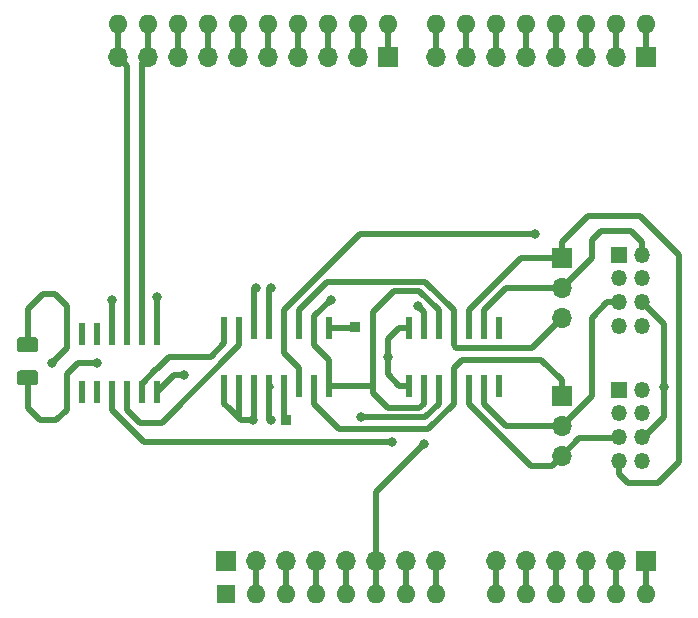
<source format=gbr>
G04 #@! TF.GenerationSoftware,KiCad,Pcbnew,(5.1.5)-3*
G04 #@! TF.CreationDate,2021-04-03T19:56:23-04:00*
G04 #@! TF.ProjectId,JoystickCtrlV2,4a6f7973-7469-4636-9b43-74726c56322e,rev?*
G04 #@! TF.SameCoordinates,Original*
G04 #@! TF.FileFunction,Copper,L1,Top*
G04 #@! TF.FilePolarity,Positive*
%FSLAX46Y46*%
G04 Gerber Fmt 4.6, Leading zero omitted, Abs format (unit mm)*
G04 Created by KiCad (PCBNEW (5.1.5)-3) date 2021-04-03 19:56:23*
%MOMM*%
%LPD*%
G04 APERTURE LIST*
%ADD10O,1.350000X1.350000*%
%ADD11R,1.350000X1.350000*%
%ADD12O,1.700000X1.700000*%
%ADD13R,1.700000X1.700000*%
%ADD14R,0.850000X0.850000*%
%ADD15C,0.100000*%
%ADD16O,1.600000X1.600000*%
%ADD17R,1.600000X1.600000*%
%ADD18R,0.533400X1.981200*%
%ADD19R,0.560800X1.981200*%
%ADD20R,0.558800X1.981200*%
%ADD21C,0.800000*%
%ADD22C,0.500000*%
G04 APERTURE END LIST*
D10*
X153384000Y-105314000D03*
X151384000Y-105314000D03*
X153384000Y-103314000D03*
X151384000Y-103314000D03*
X153384000Y-101314000D03*
X151384000Y-101314000D03*
X153384000Y-99314000D03*
D11*
X151384000Y-99314000D03*
D10*
X153384000Y-116744000D03*
X151384000Y-116744000D03*
X153384000Y-114744000D03*
X151384000Y-114744000D03*
X153384000Y-112744000D03*
X151384000Y-112744000D03*
X153384000Y-110744000D03*
D11*
X151384000Y-110744000D03*
D12*
X146558000Y-104648000D03*
X146558000Y-102108000D03*
D13*
X146558000Y-99568000D03*
D12*
X146558000Y-116332000D03*
X146558000Y-113792000D03*
D13*
X146558000Y-111252000D03*
D14*
X129032000Y-105410000D03*
X123190000Y-113284000D03*
G04 #@! TA.AperFunction,SMDPad,CuDef*
D15*
G36*
X101995504Y-106304204D02*
G01*
X102019773Y-106307804D01*
X102043571Y-106313765D01*
X102066671Y-106322030D01*
X102088849Y-106332520D01*
X102109893Y-106345133D01*
X102129598Y-106359747D01*
X102147777Y-106376223D01*
X102164253Y-106394402D01*
X102178867Y-106414107D01*
X102191480Y-106435151D01*
X102201970Y-106457329D01*
X102210235Y-106480429D01*
X102216196Y-106504227D01*
X102219796Y-106528496D01*
X102221000Y-106553000D01*
X102221000Y-107303000D01*
X102219796Y-107327504D01*
X102216196Y-107351773D01*
X102210235Y-107375571D01*
X102201970Y-107398671D01*
X102191480Y-107420849D01*
X102178867Y-107441893D01*
X102164253Y-107461598D01*
X102147777Y-107479777D01*
X102129598Y-107496253D01*
X102109893Y-107510867D01*
X102088849Y-107523480D01*
X102066671Y-107533970D01*
X102043571Y-107542235D01*
X102019773Y-107548196D01*
X101995504Y-107551796D01*
X101971000Y-107553000D01*
X100721000Y-107553000D01*
X100696496Y-107551796D01*
X100672227Y-107548196D01*
X100648429Y-107542235D01*
X100625329Y-107533970D01*
X100603151Y-107523480D01*
X100582107Y-107510867D01*
X100562402Y-107496253D01*
X100544223Y-107479777D01*
X100527747Y-107461598D01*
X100513133Y-107441893D01*
X100500520Y-107420849D01*
X100490030Y-107398671D01*
X100481765Y-107375571D01*
X100475804Y-107351773D01*
X100472204Y-107327504D01*
X100471000Y-107303000D01*
X100471000Y-106553000D01*
X100472204Y-106528496D01*
X100475804Y-106504227D01*
X100481765Y-106480429D01*
X100490030Y-106457329D01*
X100500520Y-106435151D01*
X100513133Y-106414107D01*
X100527747Y-106394402D01*
X100544223Y-106376223D01*
X100562402Y-106359747D01*
X100582107Y-106345133D01*
X100603151Y-106332520D01*
X100625329Y-106322030D01*
X100648429Y-106313765D01*
X100672227Y-106307804D01*
X100696496Y-106304204D01*
X100721000Y-106303000D01*
X101971000Y-106303000D01*
X101995504Y-106304204D01*
G37*
G04 #@! TD.AperFunction*
G04 #@! TA.AperFunction,SMDPad,CuDef*
G36*
X101995504Y-109104204D02*
G01*
X102019773Y-109107804D01*
X102043571Y-109113765D01*
X102066671Y-109122030D01*
X102088849Y-109132520D01*
X102109893Y-109145133D01*
X102129598Y-109159747D01*
X102147777Y-109176223D01*
X102164253Y-109194402D01*
X102178867Y-109214107D01*
X102191480Y-109235151D01*
X102201970Y-109257329D01*
X102210235Y-109280429D01*
X102216196Y-109304227D01*
X102219796Y-109328496D01*
X102221000Y-109353000D01*
X102221000Y-110103000D01*
X102219796Y-110127504D01*
X102216196Y-110151773D01*
X102210235Y-110175571D01*
X102201970Y-110198671D01*
X102191480Y-110220849D01*
X102178867Y-110241893D01*
X102164253Y-110261598D01*
X102147777Y-110279777D01*
X102129598Y-110296253D01*
X102109893Y-110310867D01*
X102088849Y-110323480D01*
X102066671Y-110333970D01*
X102043571Y-110342235D01*
X102019773Y-110348196D01*
X101995504Y-110351796D01*
X101971000Y-110353000D01*
X100721000Y-110353000D01*
X100696496Y-110351796D01*
X100672227Y-110348196D01*
X100648429Y-110342235D01*
X100625329Y-110333970D01*
X100603151Y-110323480D01*
X100582107Y-110310867D01*
X100562402Y-110296253D01*
X100544223Y-110279777D01*
X100527747Y-110261598D01*
X100513133Y-110241893D01*
X100500520Y-110220849D01*
X100490030Y-110198671D01*
X100481765Y-110175571D01*
X100475804Y-110151773D01*
X100472204Y-110127504D01*
X100471000Y-110103000D01*
X100471000Y-109353000D01*
X100472204Y-109328496D01*
X100475804Y-109304227D01*
X100481765Y-109280429D01*
X100490030Y-109257329D01*
X100500520Y-109235151D01*
X100513133Y-109214107D01*
X100527747Y-109194402D01*
X100544223Y-109176223D01*
X100562402Y-109159747D01*
X100582107Y-109145133D01*
X100603151Y-109132520D01*
X100625329Y-109122030D01*
X100648429Y-109113765D01*
X100672227Y-109107804D01*
X100696496Y-109104204D01*
X100721000Y-109103000D01*
X101971000Y-109103000D01*
X101995504Y-109104204D01*
G37*
G04 #@! TD.AperFunction*
D16*
X151130000Y-79756000D03*
X153670000Y-79756000D03*
X114050000Y-79756000D03*
X153670000Y-128016000D03*
X116590000Y-79756000D03*
X151130000Y-128016000D03*
X119130000Y-79756000D03*
X148590000Y-128016000D03*
X121670000Y-79756000D03*
X146050000Y-128016000D03*
X124210000Y-79756000D03*
X143510000Y-128016000D03*
X126750000Y-79756000D03*
X140970000Y-128016000D03*
X129290000Y-79756000D03*
X135890000Y-128016000D03*
X131830000Y-79756000D03*
X133350000Y-128016000D03*
X135890000Y-79756000D03*
X130810000Y-128016000D03*
X138430000Y-79756000D03*
X128270000Y-128016000D03*
X140970000Y-79756000D03*
X125730000Y-128016000D03*
X143510000Y-79756000D03*
X123190000Y-128016000D03*
X146050000Y-79756000D03*
X120650000Y-128016000D03*
X148590000Y-79756000D03*
D17*
X118110000Y-128016000D03*
D16*
X111510000Y-79756000D03*
X108970000Y-79756000D03*
D12*
X140970000Y-125222000D03*
X143510000Y-125222000D03*
X146050000Y-125222000D03*
X148590000Y-125222000D03*
X151130000Y-125222000D03*
D13*
X153670000Y-125222000D03*
D12*
X135890000Y-125222000D03*
X133350000Y-125222000D03*
X130810000Y-125222000D03*
X128270000Y-125222000D03*
X125730000Y-125222000D03*
X123190000Y-125222000D03*
X120650000Y-125222000D03*
D13*
X118110000Y-125222000D03*
D12*
X108966000Y-82550000D03*
X111506000Y-82550000D03*
X114046000Y-82550000D03*
X116586000Y-82550000D03*
X119126000Y-82550000D03*
X121666000Y-82550000D03*
X124206000Y-82550000D03*
X126746000Y-82550000D03*
X129286000Y-82550000D03*
D13*
X131826000Y-82550000D03*
D12*
X135890000Y-82550000D03*
X138430000Y-82550000D03*
X140970000Y-82550000D03*
X143510000Y-82550000D03*
X146050000Y-82550000D03*
X148590000Y-82550000D03*
X151130000Y-82550000D03*
D13*
X153670000Y-82550000D03*
D18*
X133604000Y-105486200D03*
X134874000Y-105486200D03*
X136144000Y-105486200D03*
X137414000Y-105486200D03*
X138684000Y-105486200D03*
X139954000Y-105486200D03*
X141224000Y-105486200D03*
X141224000Y-110413800D03*
X139954000Y-110413800D03*
X138684000Y-110413800D03*
X137414000Y-110413800D03*
X136144000Y-110413800D03*
X134874000Y-110413800D03*
X133604000Y-110413800D03*
D19*
X126873000Y-110414999D03*
X125603000Y-110414999D03*
X124333000Y-110414999D03*
X123063000Y-110414999D03*
X121793000Y-110414999D03*
X120523000Y-110414999D03*
X119253000Y-110414999D03*
X117983000Y-110414999D03*
X117983000Y-105485001D03*
X119253000Y-105485001D03*
X120523000Y-105485001D03*
X121793000Y-105485001D03*
X123063000Y-105485001D03*
X124333000Y-105485001D03*
X125603000Y-105485001D03*
X126873000Y-105485001D03*
D20*
X112268000Y-110921800D03*
X110998000Y-110921800D03*
X109728000Y-110921800D03*
X108458000Y-110921800D03*
X107188000Y-110921800D03*
X105918000Y-110921800D03*
X104648000Y-110921800D03*
X104648000Y-105994200D03*
X105918000Y-105994200D03*
X107188000Y-105994200D03*
X108458000Y-105994200D03*
X109728000Y-105994200D03*
X110998000Y-105994200D03*
X112268000Y-105994200D03*
D21*
X131826000Y-107950000D03*
X132225999Y-115170001D03*
X155194000Y-110490000D03*
X134366000Y-103632000D03*
X134874000Y-115316000D03*
X120396000Y-113284000D03*
X103378000Y-108458000D03*
X112268000Y-102870000D03*
X129540000Y-113030000D03*
X121920000Y-113284000D03*
X144272000Y-97536000D03*
X121920000Y-102108000D03*
X120650000Y-102108000D03*
X127000000Y-103124000D03*
X114554000Y-109474000D03*
X107188000Y-108458000D03*
X108458000Y-103124000D03*
D22*
X151130000Y-79756000D02*
X151130000Y-82550000D01*
X153670000Y-79756000D02*
X153670000Y-82550000D01*
X114050000Y-82546000D02*
X114046000Y-82550000D01*
X114050000Y-79756000D02*
X114050000Y-82546000D01*
X153670000Y-125222000D02*
X153670000Y-128016000D01*
X151130000Y-125222000D02*
X151130000Y-128016000D01*
X119130000Y-82546000D02*
X119126000Y-82550000D01*
X119130000Y-79756000D02*
X119130000Y-82546000D01*
X148590000Y-125222000D02*
X148590000Y-128016000D01*
X146050000Y-125222000D02*
X146050000Y-128016000D01*
X143510000Y-125222000D02*
X143510000Y-128016000D01*
X126750000Y-82546000D02*
X126746000Y-82550000D01*
X126750000Y-79756000D02*
X126750000Y-82546000D01*
X140970000Y-125222000D02*
X140970000Y-128016000D01*
X129290000Y-82546000D02*
X129286000Y-82550000D01*
X129290000Y-79756000D02*
X129290000Y-82546000D01*
X135890000Y-125222000D02*
X135890000Y-128016000D01*
X131830000Y-82546000D02*
X131826000Y-82550000D01*
X131830000Y-79756000D02*
X131830000Y-82546000D01*
X135890000Y-79756000D02*
X135890000Y-82550000D01*
X138430000Y-79756000D02*
X138430000Y-82550000D01*
X140970000Y-79756000D02*
X140970000Y-82550000D01*
X125730000Y-125222000D02*
X125730000Y-128016000D01*
X143510000Y-79756000D02*
X143510000Y-82550000D01*
X123190000Y-125222000D02*
X123190000Y-128016000D01*
X146050000Y-79756000D02*
X146050000Y-82550000D01*
X120650000Y-125222000D02*
X120650000Y-128016000D01*
X148590000Y-79756000D02*
X148590000Y-82550000D01*
X132837300Y-110413800D02*
X131826000Y-109402500D01*
X133604000Y-110413800D02*
X132837300Y-110413800D01*
X132765800Y-105486200D02*
X133604000Y-105486200D01*
X131826000Y-106426000D02*
X132765800Y-105486200D01*
X131826000Y-107696000D02*
X131826000Y-107950000D01*
X131826000Y-107696000D02*
X131826000Y-106426000D01*
X131826000Y-109402500D02*
X131826000Y-107696000D01*
X108458000Y-112412400D02*
X108458000Y-110921800D01*
X111215601Y-115170001D02*
X108458000Y-112412400D01*
X132225999Y-115170001D02*
X111215601Y-115170001D01*
X116590000Y-82546000D02*
X116586000Y-82550000D01*
X116590000Y-79756000D02*
X116590000Y-82546000D01*
X133350000Y-125222000D02*
X133350000Y-128016000D01*
X104648000Y-103632000D02*
X104648000Y-105994200D01*
X103632000Y-102616000D02*
X104648000Y-103632000D01*
X102616000Y-102616000D02*
X103632000Y-102616000D01*
X101346000Y-106928000D02*
X101346000Y-103886000D01*
X101346000Y-103886000D02*
X102616000Y-102616000D01*
X130810000Y-125222000D02*
X130810000Y-128016000D01*
X154058999Y-103988999D02*
X154058999Y-104020999D01*
X153384000Y-103314000D02*
X154058999Y-103988999D01*
X154058999Y-104020999D02*
X155194000Y-105156000D01*
X155194000Y-113062000D02*
X153416000Y-114840000D01*
X155194000Y-110490000D02*
X155194000Y-113062000D01*
X155194000Y-105156000D02*
X155194000Y-110490000D01*
X134874000Y-105486200D02*
X134874000Y-104140000D01*
X134874000Y-104140000D02*
X134366000Y-103632000D01*
X130810000Y-119380000D02*
X130810000Y-125222000D01*
X134874000Y-115316000D02*
X130810000Y-119380000D01*
X120523000Y-110414999D02*
X120523000Y-113157000D01*
X120523000Y-113157000D02*
X120396000Y-113284000D01*
X119253000Y-110414999D02*
X119253000Y-113157000D01*
X119380000Y-113284000D02*
X120396000Y-113284000D01*
X119253000Y-113157000D02*
X119380000Y-113284000D01*
X117983000Y-111905599D02*
X118364000Y-112286599D01*
X117983000Y-110414999D02*
X117983000Y-111905599D01*
X118382599Y-112286599D02*
X119253000Y-113157000D01*
X118364000Y-112286599D02*
X118382599Y-112286599D01*
X104648000Y-105994200D02*
X104648000Y-107188000D01*
X104648000Y-107188000D02*
X103378000Y-108458000D01*
X128270000Y-125222000D02*
X128270000Y-128016000D01*
X112268000Y-102870000D02*
X112268000Y-105994200D01*
X110998000Y-83058000D02*
X111506000Y-82550000D01*
X110998000Y-105994200D02*
X110998000Y-83058000D01*
X111510000Y-82546000D02*
X111506000Y-82550000D01*
X111510000Y-79756000D02*
X111510000Y-82546000D01*
X109728000Y-83312000D02*
X108966000Y-82550000D01*
X109728000Y-105994200D02*
X109728000Y-83312000D01*
X108966000Y-79760000D02*
X108970000Y-79756000D01*
X108966000Y-82550000D02*
X108966000Y-79760000D01*
X146558000Y-102108000D02*
X149098000Y-99568000D01*
X149098000Y-99568000D02*
X149098000Y-98044000D01*
X149098000Y-98044000D02*
X149860000Y-97282000D01*
X149860000Y-97282000D02*
X152400000Y-97282000D01*
X153384000Y-98266000D02*
X153384000Y-99314000D01*
X152400000Y-97282000D02*
X153384000Y-98266000D01*
X139954000Y-103995600D02*
X139954000Y-105486200D01*
X141841600Y-102108000D02*
X139954000Y-103995600D01*
X146558000Y-102108000D02*
X141841600Y-102108000D01*
X150429406Y-103314000D02*
X149098000Y-104645406D01*
X151384000Y-103314000D02*
X150429406Y-103314000D01*
X149098000Y-111252000D02*
X146558000Y-113792000D01*
X149098000Y-104645406D02*
X149098000Y-111252000D01*
X139954000Y-111904400D02*
X139954000Y-110413800D01*
X141841600Y-113792000D02*
X139954000Y-111904400D01*
X146558000Y-113792000D02*
X141841600Y-113792000D01*
X123063000Y-107654399D02*
X123063000Y-106975601D01*
X123063000Y-106975601D02*
X123063000Y-105485001D01*
X124333000Y-108924399D02*
X123063000Y-107654399D01*
X124333000Y-110414999D02*
X124333000Y-108924399D01*
X135018400Y-113030000D02*
X129540000Y-113030000D01*
X136144000Y-110413800D02*
X136144000Y-111904400D01*
X136144000Y-111904400D02*
X135018400Y-113030000D01*
X121920000Y-110541999D02*
X121793000Y-110414999D01*
X121793000Y-113157000D02*
X121920000Y-113284000D01*
X121793000Y-110414999D02*
X121793000Y-113157000D01*
X123063000Y-103994401D02*
X123063000Y-105485001D01*
X129521401Y-97536000D02*
X123063000Y-103994401D01*
X144272000Y-97536000D02*
X129521401Y-97536000D01*
X126873000Y-108924399D02*
X126873000Y-110414999D01*
X126873000Y-108245601D02*
X126873000Y-108924399D01*
X125603000Y-106975601D02*
X126873000Y-108245601D01*
X125603000Y-105485001D02*
X125603000Y-106975601D01*
X134874000Y-110413800D02*
X134874000Y-111137700D01*
X133743700Y-112268000D02*
X133390898Y-112268000D01*
X131826000Y-112268000D02*
X133743700Y-112268000D01*
X130556000Y-110998000D02*
X131826000Y-112268000D01*
X134510400Y-102362000D02*
X132334000Y-102362000D01*
X136144000Y-105486200D02*
X136144000Y-103995600D01*
X136144000Y-103995600D02*
X134510400Y-102362000D01*
X132334000Y-102362000D02*
X130556000Y-104140000D01*
X134874000Y-111904400D02*
X134874000Y-110413800D01*
X134510400Y-112268000D02*
X134874000Y-111904400D01*
X133743700Y-112268000D02*
X134510400Y-112268000D01*
X130480999Y-110414999D02*
X126873000Y-110414999D01*
X130556000Y-110490000D02*
X130480999Y-110414999D01*
X130556000Y-110490000D02*
X130556000Y-110998000D01*
X130556000Y-104140000D02*
X130556000Y-110490000D01*
X121793000Y-105485001D02*
X121793000Y-102235000D01*
X121793000Y-102235000D02*
X121920000Y-102108000D01*
X120523000Y-105485001D02*
X120523000Y-102235000D01*
X120523000Y-102235000D02*
X120650000Y-102108000D01*
X125603000Y-105485001D02*
X125603000Y-104521000D01*
X125603000Y-104521000D02*
X127000000Y-103124000D01*
X113715800Y-109474000D02*
X112268000Y-110921800D01*
X114554000Y-109474000D02*
X113715800Y-109474000D01*
X146558000Y-98218000D02*
X146558000Y-99568000D01*
X151416000Y-116840000D02*
X151416000Y-117888000D01*
X154686000Y-118618000D02*
X156464000Y-116840000D01*
X151416000Y-117888000D02*
X152146000Y-118618000D01*
X152146000Y-118618000D02*
X154686000Y-118618000D01*
X156464000Y-99314000D02*
X153162000Y-96012000D01*
X148764000Y-96012000D02*
X146558000Y-98218000D01*
X153162000Y-96012000D02*
X148764000Y-96012000D01*
X138684000Y-103995600D02*
X138684000Y-105486200D01*
X143111600Y-99568000D02*
X138684000Y-103995600D01*
X146558000Y-99568000D02*
X143111600Y-99568000D01*
X156464000Y-116840000D02*
X156464000Y-99314000D01*
X148050000Y-114840000D02*
X151416000Y-114840000D01*
X146558000Y-116332000D02*
X148050000Y-114840000D01*
X138684000Y-111904400D02*
X138684000Y-110413800D01*
X146558000Y-116332000D02*
X145708001Y-117181999D01*
X143961599Y-117181999D02*
X138684000Y-111904400D01*
X145708001Y-117181999D02*
X143961599Y-117181999D01*
X104648000Y-112412400D02*
X103776400Y-113284000D01*
X104648000Y-110921800D02*
X104648000Y-112412400D01*
X103776400Y-113284000D02*
X102362000Y-113284000D01*
X101346000Y-112268000D02*
X101346000Y-109728000D01*
X102362000Y-113284000D02*
X101346000Y-112268000D01*
X124210000Y-82546000D02*
X124206000Y-82550000D01*
X124210000Y-79756000D02*
X124210000Y-82546000D01*
X105621200Y-108458000D02*
X107188000Y-108458000D01*
X104648000Y-110921800D02*
X104648000Y-109431200D01*
X104648000Y-109431200D02*
X105621200Y-108458000D01*
X117983000Y-106807000D02*
X117983000Y-105485001D01*
X110998000Y-110921800D02*
X110998000Y-110210600D01*
X110998000Y-110210600D02*
X112242600Y-108966000D01*
X112242600Y-108966000D02*
X112268000Y-108966000D01*
X112268000Y-108966000D02*
X113284000Y-107950000D01*
X116840000Y-107950000D02*
X117983000Y-106807000D01*
X113284000Y-107950000D02*
X116840000Y-107950000D01*
X119253000Y-106975601D02*
X112690601Y-113538000D01*
X119253000Y-105485001D02*
X119253000Y-106975601D01*
X109728000Y-112412400D02*
X109728000Y-110921800D01*
X110853600Y-113538000D02*
X109728000Y-112412400D01*
X112690601Y-113538000D02*
X110853600Y-113538000D01*
X121670000Y-82546000D02*
X121666000Y-82550000D01*
X121670000Y-79756000D02*
X121670000Y-82546000D01*
X108458000Y-105994200D02*
X108458000Y-103124000D01*
X146558000Y-104648000D02*
X144018000Y-107188000D01*
X137625200Y-107188000D02*
X137414000Y-106976800D01*
X137414000Y-106976800D02*
X137414000Y-105486200D01*
X144018000Y-107188000D02*
X137625200Y-107188000D01*
X137414000Y-103995600D02*
X135018400Y-101600000D01*
X137414000Y-105486200D02*
X137414000Y-103995600D01*
X124333000Y-103994401D02*
X124333000Y-105485001D01*
X126727401Y-101600000D02*
X124333000Y-103994401D01*
X135018400Y-101600000D02*
X126727401Y-101600000D01*
X146558000Y-109902000D02*
X144860000Y-108204000D01*
X146558000Y-111252000D02*
X146558000Y-109902000D01*
X137414000Y-108923200D02*
X137414000Y-110413800D01*
X138133200Y-108204000D02*
X137414000Y-108923200D01*
X144860000Y-108204000D02*
X138133200Y-108204000D01*
X137414000Y-111904400D02*
X137414000Y-110413800D01*
X135272400Y-114046000D02*
X137414000Y-111904400D01*
X127743401Y-114046000D02*
X135272400Y-114046000D01*
X125603000Y-110414999D02*
X125603000Y-111905599D01*
X125603000Y-111905599D02*
X127743401Y-114046000D01*
X123063000Y-113157000D02*
X123190000Y-113284000D01*
X123063000Y-110414999D02*
X123063000Y-113157000D01*
X128956999Y-105485001D02*
X129032000Y-105410000D01*
X126873000Y-105485001D02*
X128956999Y-105485001D01*
M02*

</source>
